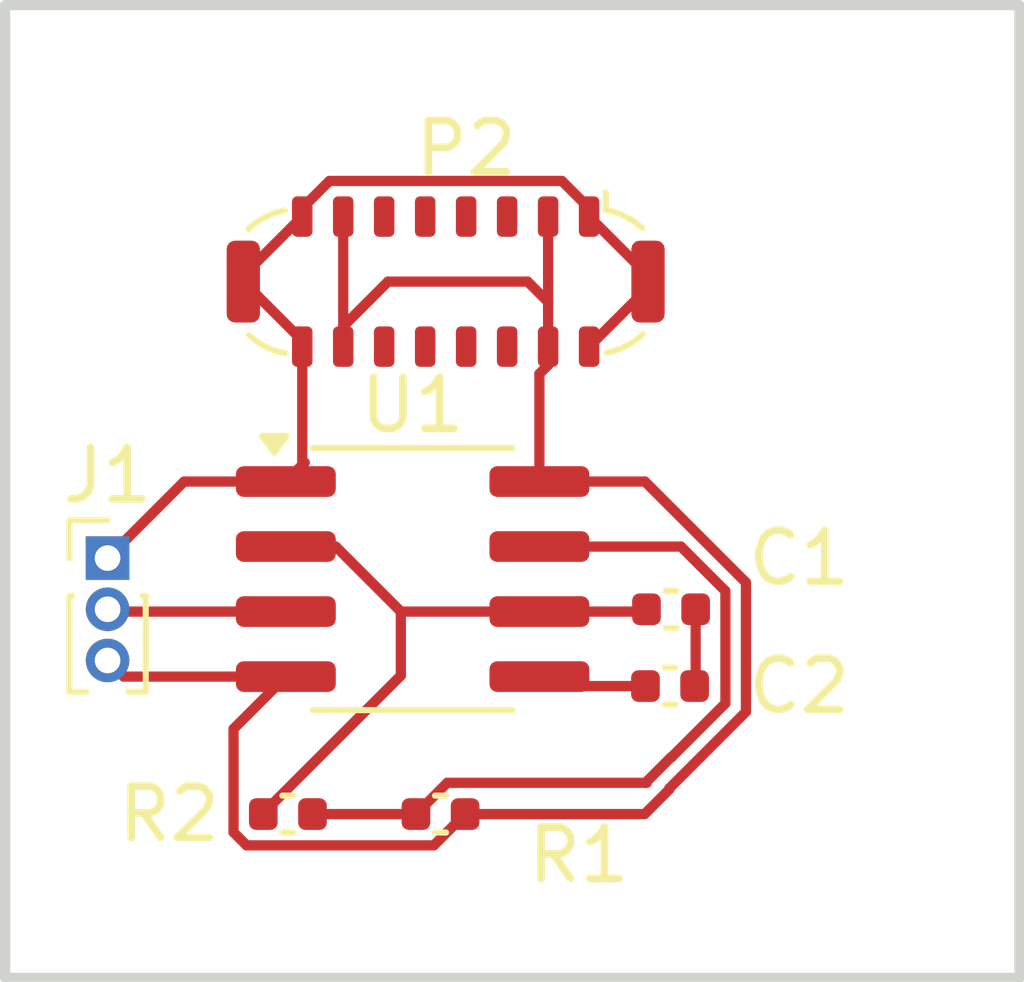
<source format=kicad_pcb>
(kicad_pcb (version 20241229) (generator "pcbnew") (generator_version "9.0")
  (layers (0 "F.Cu" signal) (2 "B.Cu" signal) (13 "F.Paste" user) (15 "B.Paste" user) (5 "F.SilkS" user "F.Silkscreen") (7 "B.SilkS" user "B.Silkscreen") (1 "F.Mask" user) (3 "B.Mask" user) (25 "Edge.Cuts" user))
  (net 0 "")
  (net 1 "GND")
  (net 2 "Net-(U1-THR)")
  (net 3 "Net-(U1-CV)")
  (net 4 "Net-(J1-Pin_2)")
  (net 5 "5V")
  (net 6 "Net-(U1-DIS)")
  (net 7 "Net-(C1-Pad1)")
  (footprint "Capacitor_SMD:C_0402_1005Metric" (layer "F.Cu") (at 118.5 90)
    (property "Reference" "R1" (at 2.7 0.8 0) (layer "F.SilkS"))
    (property "Value" "5,1k")
    (fp_line (start -0.107836 -0.36) (end 0.107836 -0.36) (stroke (width 0.12)) (layer "F.SilkS"))
    (fp_line (start -0.107836 0.36) (end 0.107836 0.36) (stroke (width 0.12)) (layer "F.SilkS"))
    (pad "1" smd roundrect (at -0.48 0) (size 0.56 0.62) (layers "F.Cu" "F.Mask" "F.Paste") (net 6 "Net-(U1-DIS)"))
    (pad "2" smd roundrect (at 0.48 0) (size 0.56 0.62) (layers "F.Cu" "F.Mask" "F.Paste") (net 5 "5V"))
  )
  (footprint "Capacitor_SMD:C_0402_1005Metric" (layer "F.Cu") (at 122.98 87.5 180)
    (property "Reference" "C2" (at -2.52 0 0) (layer "F.SilkS"))
    (property "Value" "10nF")
    (fp_line (start -0.107836 0.36) (end 0.107836 0.36) (stroke (width 0.12)) (layer "F.SilkS"))
    (fp_line (start -0.107836 -0.36) (end 0.107836 -0.36) (stroke (width 0.12)) (layer "F.SilkS"))
    (pad "1" smd roundrect (at -0.48 0 180) (size 0.56 0.62) (layers "F.Cu" "F.Mask" "F.Paste") (net 7 "Net-(C1-Pad1)"))
    (pad "2" smd roundrect (at 0.48 0 180) (size 0.56 0.62) (layers "F.Cu" "F.Mask" "F.Paste") (net 3 "Net-(U1-CV)"))
  )
  (footprint "Connector_PinHeader_1.00mm:PinHeader_1x03_P1.00mm_Vertical" (layer "F.Cu") (at 112 85)
    (property "Reference" "J1" (at 0 -1.61 0) (layer "F.SilkS"))
    (property "Value" "Conn_01x03_Pin" (hide yes))
    (fp_line (start -0.745 -0.735) (end 0 -0.735) (stroke (width 0.12)) (layer "F.SilkS"))
    (fp_line (start -0.745 0) (end -0.745 -0.735) (stroke (width 0.12)) (layer "F.SilkS"))
    (fp_line (start -0.745 0.735) (end -0.745 2.61) (stroke (width 0.12)) (layer "F.SilkS"))
    (fp_line (start -0.745 0.735) (end -0.685565 0.735) (stroke (width 0.12)) (layer "F.SilkS"))
    (fp_line (start -0.745 2.61) (end -0.41003 2.61) (stroke (width 0.12)) (layer "F.SilkS"))
    (fp_line (start 0.41003 2.61) (end 0.745 2.61) (stroke (width 0.12)) (layer "F.SilkS"))
    (fp_line (start 0.685565 0.735) (end 0.745 0.735) (stroke (width 0.12)) (layer "F.SilkS"))
    (fp_line (start 0.745 0.735) (end 0.745 2.61) (stroke (width 0.12)) (layer "F.SilkS"))
    (pad "1" thru_hole rect (at 0 0) (size 0.85 0.85) (drill 0.5) (layers "*.Cu" "*.Mask") (net 1 "GND"))
    (pad "2" thru_hole circle (at 0 1) (size 0.85 0.85) (drill 0.5) (layers "*.Cu" "*.Mask") (net 4 "Net-(J1-Pin_2)"))
    (pad "3" thru_hole circle (at 0 2) (size 0.85 0.85) (drill 0.5) (layers "*.Cu" "*.Mask") (net 5 "5V"))
  )
  (footprint "Package_SO:SOIC-8_3.9x4.9mm_P1.27mm" (layer "F.Cu") (at 117.955 85.41)
    (property "Reference" "U1" (at 0 -3.4 0) (layer "F.SilkS"))
    (property "Value" "NE555D")
    (fp_line (start 0 -2.56) (end -1.95 -2.56) (stroke (width 0.12)) (layer "F.SilkS"))
    (fp_line (start 0 -2.56) (end 1.95 -2.56) (stroke (width 0.12)) (layer "F.SilkS"))
    (fp_line (start 0 2.56) (end -1.95 2.56) (stroke (width 0.12)) (layer "F.SilkS"))
    (fp_line (start 0 2.56) (end 1.95 2.56) (stroke (width 0.12)) (layer "F.SilkS"))
    (fp_poly (pts (xy -2.7 -2.465) (xy -2.94 -2.795) (xy -2.46 -2.795)) (stroke (width 0.12)) (fill yes) (layer "F.SilkS"))
    (pad "1" smd roundrect (at -2.475 -1.905) (size 1.95 0.6) (layers "F.Cu" "F.Mask" "F.Paste") (net 1 "GND"))
    (pad "2" smd roundrect (at -2.475 -0.635) (size 1.95 0.6) (layers "F.Cu" "F.Mask" "F.Paste") (net 2 "Net-(U1-THR)"))
    (pad "3" smd roundrect (at -2.475 0.635) (size 1.95 0.6) (layers "F.Cu" "F.Mask" "F.Paste") (net 4 "Net-(J1-Pin_2)"))
    (pad "4" smd roundrect (at -2.475 1.905) (size 1.95 0.6) (layers "F.Cu" "F.Mask" "F.Paste") (net 5 "5V"))
    (pad "5" smd roundrect (at 2.475 1.905) (size 1.95 0.6) (layers "F.Cu" "F.Mask" "F.Paste") (net 3 "Net-(U1-CV)"))
    (pad "6" smd roundrect (at 2.475 0.635) (size 1.95 0.6) (layers "F.Cu" "F.Mask" "F.Paste") (net 2 "Net-(U1-THR)"))
    (pad "7" smd roundrect (at 2.475 -0.635) (size 1.95 0.6) (layers "F.Cu" "F.Mask" "F.Paste") (net 6 "Net-(U1-DIS)"))
    (pad "8" smd roundrect (at 2.475 -1.905) (size 1.95 0.6) (layers "F.Cu" "F.Mask" "F.Paste") (net 5 "5V"))
  )
  (footprint "Connector_USB:USB_C_Plug_ShenzhenJingTuoJin_918-118A2021Y40002_Vertical" (layer "F.Cu") (at 118.6 79.6 -90)
    (property "Reference" "P2" (at -2.6 -0.4 0) (layer "F.SilkS"))
    (property "Value" "USB_C_Plug")
    (fp_line (start -1.74 -3.125) (end -1.4 -3.125) (stroke (width 0.12)) (layer "F.SilkS"))
    (fp_arc (start -1.025 3.85) (mid -1.258743 3.520613) (end -1.389879 3.138598) (stroke (width 0.12)) (layer "F.SilkS"))
    (fp_arc (start 1.4 3.125) (mid 1.273005 3.509002) (end 1.043045 3.841725) (stroke (width 0.12)) (layer "F.SilkS"))
    (fp_arc (start -1.4 -3.125) (mid -1.273005 -3.509002) (end -1.043045 -3.841725) (stroke (width 0.12)) (layer "F.SilkS"))
    (fp_arc (start 1.025 -3.85) (mid 1.258743 -3.520613) (end 1.389879 -3.138598) (stroke (width 0.12)) (layer "F.SilkS"))
    (pad "A1" smd roundrect (at -1.27 -2.8) (size 0.4 0.79) (layers "F.Cu" "F.Mask" "F.Paste") (net 1 "GND"))
    (pad "A4" smd roundrect (at -1.27 -2) (size 0.4 0.79) (layers "F.Cu" "F.Mask" "F.Paste") (net 5 "5V"))
    (pad "A5" smd roundrect (at -1.27 -1.2) (size 0.4 0.79) (layers "F.Cu" "F.Mask" "F.Paste"))
    (pad "A6" smd roundrect (at -1.27 -0.4) (size 0.4 0.79) (layers "F.Cu" "F.Mask" "F.Paste"))
    (pad "A7" smd roundrect (at -1.27 0.4) (size 0.4 0.79) (layers "F.Cu" "F.Mask" "F.Paste"))
    (pad "A8" smd roundrect (at -1.27 1.2) (size 0.4 0.79) (layers "F.Cu" "F.Mask" "F.Paste"))
    (pad "A9" smd roundrect (at -1.27 2) (size 0.4 0.79) (layers "F.Cu" "F.Mask" "F.Paste") (net 5 "5V"))
    (pad "A12" smd roundrect (at -1.27 2.8) (size 0.4 0.79) (layers "F.Cu" "F.Mask" "F.Paste") (net 1 "GND"))
    (pad "B1" smd roundrect (at 1.27 2.8) (size 0.4 0.79) (layers "F.Cu" "F.Mask" "F.Paste") (net 1 "GND"))
    (pad "B4" smd roundrect (at 1.27 2) (size 0.4 0.79) (layers "F.Cu" "F.Mask" "F.Paste") (net 5 "5V"))
    (pad "B5" smd roundrect (at 1.27 1.2) (size 0.4 0.79) (layers "F.Cu" "F.Mask" "F.Paste"))
    (pad "B6" smd roundrect (at 1.27 0.4) (size 0.4 0.79) (layers "F.Cu" "F.Mask" "F.Paste"))
    (pad "B7" smd roundrect (at 1.27 -0.4) (size 0.4 0.79) (layers "F.Cu" "F.Mask" "F.Paste"))
    (pad "B8" smd roundrect (at 1.27 -1.2) (size 0.4 0.79) (layers "F.Cu" "F.Mask" "F.Paste"))
    (pad "B9" smd roundrect (at 1.27 -2) (size 0.4 0.79) (layers "F.Cu" "F.Mask" "F.Paste") (net 5 "5V"))
    (pad "B12" smd roundrect (at 1.27 -2.8) (size 0.4 0.79) (layers "F.Cu" "F.Mask" "F.Paste") (net 1 "GND"))
    (pad "S1" smd roundrect (at 0 -3.95) (size 0.65 1.6) (layers "F.Cu" "F.Mask" "F.Paste") (net 1 "GND"))
    (pad "S1" smd roundrect (at 0 3.95) (size 0.65 1.6) (layers "F.Cu" "F.Mask" "F.Paste") (net 1 "GND"))
  )
  (footprint "Capacitor_SMD:C_0402_1005Metric" (layer "F.Cu") (at 115.52 90)
    (property "Reference" "R2" (at -2.32 0 0) (layer "F.SilkS"))
    (property "Value" "4,7k")
    (fp_line (start -0.107836 -0.36) (end 0.107836 -0.36) (stroke (width 0.12)) (layer "F.SilkS"))
    (fp_line (start -0.107836 0.36) (end 0.107836 0.36) (stroke (width 0.12)) (layer "F.SilkS"))
    (pad "1" smd roundrect (at -0.48 0) (size 0.56 0.62) (layers "F.Cu" "F.Mask" "F.Paste") (net 2 "Net-(U1-THR)"))
    (pad "2" smd roundrect (at 0.48 0) (size 0.56 0.62) (layers "F.Cu" "F.Mask" "F.Paste") (net 6 "Net-(U1-DIS)"))
  )
  (footprint "Capacitor_SMD:C_0402_1005Metric" (layer "F.Cu") (at 123 86 180)
    (property "Reference" "C1" (at -2.5 1 0) (layer "F.SilkS"))
    (property "Value" "100µF")
    (fp_line (start -0.107836 0.36) (end 0.107836 0.36) (stroke (width 0.12)) (layer "F.SilkS"))
    (fp_line (start -0.107836 -0.36) (end 0.107836 -0.36) (stroke (width 0.12)) (layer "F.SilkS"))
    (pad "1" smd roundrect (at -0.48 0 180) (size 0.56 0.62) (layers "F.Cu" "F.Mask" "F.Paste") (net 7 "Net-(C1-Pad1)"))
    (pad "2" smd roundrect (at 0.48 0 180) (size 0.56 0.62) (layers "F.Cu" "F.Mask" "F.Paste") (net 2 "Net-(U1-THR)"))
  )
  (gr_line (start 129.8 74.2) (end 129.8 93.2) (stroke (width 0.2)) (layer "Edge.Cuts"))
  (gr_line (start 110 93.2) (end 110 74.2) (stroke (width 0.2)) (layer "Edge.Cuts"))
  (gr_line (start 110 74.2) (end 129.8 74.2) (stroke (width 0.2)) (layer "Edge.Cuts"))
  (gr_line (start 129.8 93.2) (end 110 93.2) (stroke (width 0.2)) (layer "Edge.Cuts"))
  (segment (start 120.86887 77.634) (end 116.33113 77.634) (width 0.2) (layer "F.Cu") (net 1))
  (segment (start 113.495 83.505) (end 112 85) (width 0.2) (layer "F.Cu") (net 1))
  (segment (start 121.4 78.16513) (end 120.86887 77.634) (width 0.2) (layer "F.Cu") (net 1))
  (segment (start 122.55 79.48) (end 121.4 78.33) (width 0.2) (layer "F.Cu") (net 1))
  (segment (start 122.55 79.6) (end 122.55 79.72) (width 0.2) (layer "F.Cu") (net 1))
  (segment (start 115.8 83.185) (end 115.48 83.505) (width 0.2) (layer "F.Cu") (net 1))
  (segment (start 116.33113 77.634) (end 115.8 78.16513) (width 0.2) (layer "F.Cu") (net 1))
  (segment (start 114.65 79.6) (end 114.65 79.48) (width 0.2) (layer "F.Cu") (net 1))
  (segment (start 115.8 80.87) (end 115.8 80.75) (width 0.2) (layer "F.Cu") (net 1))
  (segment (start 114.65 79.48) (end 115.8 78.33) (width 0.2) (layer "F.Cu") (net 1))
  (segment (start 115.85 83.135) (end 115.48 83.505) (width 0.2) (layer "F.Cu") (net 1))
  (segment (start 115.8 80.87) (end 115.8 83.185) (width 0.2) (layer "F.Cu") (net 1))
  (segment (start 122.55 79.72) (end 121.4 80.87) (width 0.2) (layer "F.Cu") (net 1))
  (segment (start 122.55 79.6) (end 122.55 79.48) (width 0.2) (layer "F.Cu") (net 1))
  (segment (start 115.8 78.16513) (end 115.8 78.33) (width 0.2) (layer "F.Cu") (net 1))
  (segment (start 115.8 80.75) (end 114.65 79.6) (width 0.2) (layer "F.Cu") (net 1))
  (segment (start 115.48 83.505) (end 113.495 83.505) (width 0.2) (layer "F.Cu") (net 1))
  (segment (start 121.4 78.33) (end 121.4 78.16513) (width 0.2) (layer "F.Cu") (net 1))
  (segment (start 116.454999 84.775) (end 117.724999 86.045) (width 0.2) (layer "F.Cu") (net 2))
  (segment (start 120.43 86.045) (end 122.475 86.045) (width 0.2) (layer "F.Cu") (net 2))
  (segment (start 115.04 90) (end 115.04 89.98) (width 0.2) (layer "F.Cu") (net 2))
  (segment (start 117.724999 87.295001) (end 117.724999 86.045) (width 0.2) (layer "F.Cu") (net 2))
  (segment (start 117.724999 86.045) (end 120.43 86.045) (width 0.2) (layer "F.Cu") (net 2))
  (segment (start 122.475 86.045) (end 122.52 86) (width 0.2) (layer "F.Cu") (net 2))
  (segment (start 115.04 89.98) (end 117.724999 87.295001) (width 0.2) (layer "F.Cu") (net 2))
  (segment (start 115.48 84.775) (end 116.454999 84.775) (width 0.2) (layer "F.Cu") (net 2))
  (segment (start 120.615 87.5) (end 120.43 87.315) (width 0.2) (layer "F.Cu") (net 3))
  (segment (start 122.5 87.5) (end 120.615 87.5) (width 0.2) (layer "F.Cu") (net 3))
  (segment (start 112.045 86.045) (end 112 86) (width 0.2) (layer "F.Cu") (net 4))
  (segment (start 115.48 86.045) (end 112.045 86.045) (width 0.2) (layer "F.Cu") (net 4))
  (segment (start 115.435 86) (end 115.48 86.045) (width 0.2) (layer "F.Cu") (net 4))
  (segment (start 122.96465 89.52) (end 122.48465 90) (width 0.2) (layer "F.Cu") (net 5))
  (segment (start 122.96465 89.5) (end 124.462 88.00265) (width 0.2) (layer "F.Cu") (net 5))
  (segment (start 116.6 80.475001) (end 117.475001 79.6) (width 0.2) (layer "F.Cu") (net 5))
  (segment (start 120.6 80) (end 120.6 79.6) (width 0.2) (layer "F.Cu") (net 5))
  (segment (start 120.2 79.6) (end 120.6 80) (width 0.2) (layer "F.Cu") (net 5))
  (segment (start 120.43 81.4) (end 120.43 83.505) (width 0.2) (layer "F.Cu") (net 5))
  (segment (start 114.71345 90.611) (end 118.369 90.611) (width 0.2) (layer "F.Cu") (net 5))
  (segment (start 120.6 81.23) (end 120.43 81.4) (width 0.2) (layer "F.Cu") (net 5))
  (segment (start 122.48965 83.505) (end 120.43 83.505) (width 0.2) (layer "F.Cu") (net 5))
  (segment (start 118.98 90) (end 122.48465 90) (width 0.2) (layer "F.Cu") (net 5))
  (segment (start 122.96465 89.5) (end 122.96465 89.52) (width 0.2) (layer "F.Cu") (net 5))
  (segment (start 120.6 80.87) (end 120.6 80) (width 0.2) (layer "F.Cu") (net 5))
  (segment (start 124.462 85.47735) (end 122.48965 83.505) (width 0.2) (layer "F.Cu") (net 5))
  (segment (start 114.459 88.336) (end 114.459 90.35655) (width 0.2) (layer "F.Cu") (net 5))
  (segment (start 112.315 87.315) (end 112 87) (width 0.2) (layer "F.Cu") (net 5))
  (segment (start 124.462 88.00265) (end 124.462 85.47735) (width 0.2) (layer "F.Cu") (net 5))
  (segment (start 120.6 79.6) (end 120.6 78.33) (width 0.2) (layer "F.Cu") (net 5))
  (segment (start 114.459 90.35655) (end 114.71345 90.611) (width 0.2) (layer "F.Cu") (net 5))
  (segment (start 117.475001 79.6) (end 120.2 79.6) (width 0.2) (layer "F.Cu") (net 5))
  (segment (start 116.6 80.87) (end 116.6 80.475001) (width 0.2) (layer "F.Cu") (net 5))
  (segment (start 116.6 80.87) (end 116.6 78.33) (width 0.2) (layer "F.Cu") (net 5))
  (segment (start 115.48 87.315) (end 112.315 87.315) (width 0.2) (layer "F.Cu") (net 5))
  (segment (start 120.6 80.87) (end 120.6 81.23) (width 0.2) (layer "F.Cu") (net 5))
  (segment (start 118.369 90.611) (end 118.98 90) (width 0.2) (layer "F.Cu") (net 5))
  (segment (start 115.48 87.315) (end 114.459 88.336) (width 0.2) (layer "F.Cu") (net 5))
  (segment (start 123 88.889) (end 122.5 89.389) (width 0.2) (layer "F.Cu") (net 6))
  (segment (start 124.061 87.83655) (end 123.00855 88.889) (width 0.2) (layer "F.Cu") (net 6))
  (segment (start 123.19255 84.775) (end 124.061 85.64345) (width 0.2) (layer "F.Cu") (net 6))
  (segment (start 123.00855 88.889) (end 123 88.889) (width 0.2) (layer "F.Cu") (net 6))
  (segment (start 122.5 89.389) (end 118.631 89.389) (width 0.2) (layer "F.Cu") (net 6))
  (segment (start 124.061 85.64345) (end 124.061 87.83655) (width 0.2) (layer "F.Cu") (net 6))
  (segment (start 118.631 89.389) (end 118.02 90) (width 0.2) (layer "F.Cu") (net 6))
  (segment (start 120.43 84.775) (end 123.19255 84.775) (width 0.2) (layer "F.Cu") (net 6))
  (segment (start 116 90) (end 118.02 90) (width 0.2) (layer "F.Cu") (net 6))
  (segment (start 122.52855 89.389) (end 122.5 89.389) (width 0.2) (layer "F.Cu") (net 6))
  (segment (start 123.48 87.48) (end 123.46 87.5) (width 0.2) (layer "F.Cu") (net 7))
  (segment (start 123.48 86) (end 123.48 87.48) (width 0.2) (layer "F.Cu") (net 7))
)
</source>
